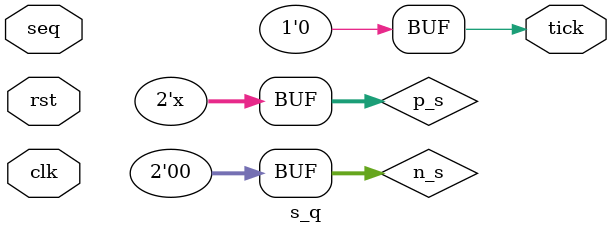
<source format=v>
module s_q(
    input wire clk,rst,seq,
    output reg tick
    );
localparam a=2'b00;
localparam b=2'b01;
localparam c=2'b10;
localparam d=2'b11;
reg [1:0] p_s,n_s;
always @ (posedge clk,posedge rst)
begin
   if(rst) p_s=a;
	else  p_s=n_s;
end
always @ *
   begin
     p_s=n_s;
     tick=1'b0;
     case(p_s)
       a:if(seq)  n_s=b;
         else n_s=a;	
       b:if(seq)  n_s=b;
         else n_s=c;
       c:if(seq)  n_s=d;
         else n_s=a;
       d:if(seq) begin
     		 n_s=b;  tick=1'b1;
			 end
         else n_s=c;
       default:begin
         tick=1'b0;   n_s=a;
        end
     endcase
   end	  

endmodule

</source>
